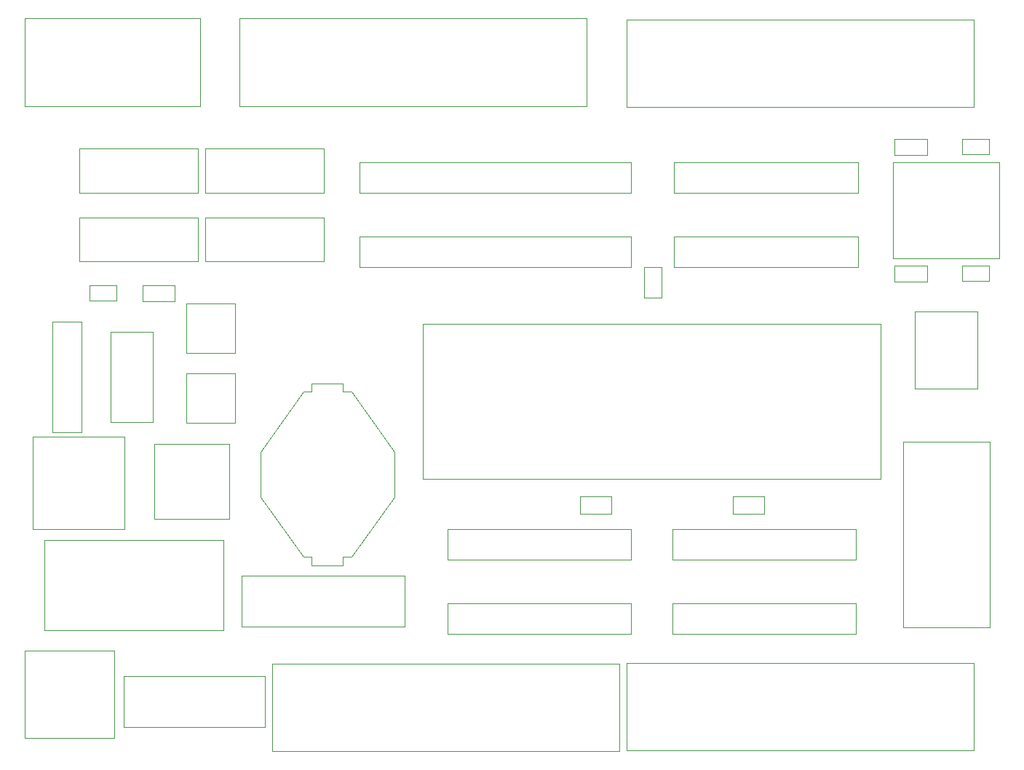
<source format=gbr>
G04 #@! TF.GenerationSoftware,KiCad,Pcbnew,5.0.1*
G04 #@! TF.CreationDate,2019-03-20T15:41:13+05:30*
G04 #@! TF.ProjectId,OpenPLC_V2,4F70656E504C435F56322E6B69636164,rev?*
G04 #@! TF.SameCoordinates,Original*
G04 #@! TF.FileFunction,Other,User*
%FSLAX46Y46*%
G04 Gerber Fmt 4.6, Leading zero omitted, Abs format (unit mm)*
G04 Created by KiCad (PCBNEW 5.0.1) date Wed 20 Mar 2019 03:41:13 PM IST*
%MOMM*%
%LPD*%
G01*
G04 APERTURE LIST*
%ADD10C,0.050000*%
G04 APERTURE END LIST*
D10*
G04 #@! TO.C,J6*
X158726500Y-39904000D02*
X158726500Y-50104000D01*
X118326500Y-39904000D02*
X158726500Y-39904000D01*
X118326500Y-50104000D02*
X118326500Y-39904000D01*
X158726500Y-50104000D02*
X118326500Y-50104000D01*
G04 #@! TO.C,IC1*
X139663000Y-93475000D02*
X192863000Y-93475000D01*
X139663000Y-75425000D02*
X192863000Y-75425000D01*
X139663000Y-93475000D02*
X139663000Y-75425000D01*
X192863000Y-93475000D02*
X192863000Y-75425000D01*
G04 #@! TO.C,CON2*
X205590000Y-89146000D02*
X205590000Y-110756000D01*
X205590000Y-110756000D02*
X195480000Y-110756000D01*
X195480000Y-110756000D02*
X195480000Y-89146000D01*
X195480000Y-89146000D02*
X205590000Y-89146000D01*
G04 #@! TO.C,P11*
X190045430Y-102892000D02*
X190045430Y-99292000D01*
X168695430Y-102892000D02*
X190045430Y-102892000D01*
X168695430Y-99292000D02*
X168695430Y-102892000D01*
X190045430Y-99292000D02*
X168695430Y-99292000D01*
G04 #@! TO.C,J5*
X113712000Y-50104000D02*
X93312000Y-50104000D01*
X113712000Y-39904000D02*
X113712000Y-50104000D01*
X93312000Y-39904000D02*
X113712000Y-39904000D01*
X93312000Y-50104000D02*
X93312000Y-39904000D01*
G04 #@! TO.C,P5*
X203741000Y-40031000D02*
X203741000Y-50231000D01*
X163341000Y-40031000D02*
X203741000Y-40031000D01*
X163341000Y-50231000D02*
X163341000Y-40031000D01*
X203741000Y-50231000D02*
X163341000Y-50231000D01*
G04 #@! TO.C,D37*
X198336420Y-68646000D02*
X198336420Y-70546000D01*
X198336420Y-70546000D02*
X194536420Y-70546000D01*
X194536420Y-70546000D02*
X194536420Y-68646000D01*
X194536420Y-68646000D02*
X198336420Y-68646000D01*
G04 #@! TO.C,P6*
X163341000Y-114869000D02*
X203741000Y-114869000D01*
X203741000Y-114869000D02*
X203741000Y-125069000D01*
X203741000Y-125069000D02*
X163341000Y-125069000D01*
X163341000Y-125069000D02*
X163341000Y-114869000D01*
G04 #@! TO.C,C9*
X165375000Y-72420000D02*
X165375000Y-68820000D01*
X167375000Y-72420000D02*
X167375000Y-68820000D01*
X165375000Y-72420000D02*
X167375000Y-72420000D01*
X165375000Y-68820000D02*
X167375000Y-68820000D01*
G04 #@! TO.C,C7*
X157966000Y-95520000D02*
X161566000Y-95520000D01*
X157966000Y-97520000D02*
X161566000Y-97520000D01*
X157966000Y-95520000D02*
X157966000Y-97520000D01*
X161566000Y-95520000D02*
X161566000Y-97520000D01*
G04 #@! TO.C,powerIn1*
X103712000Y-113472000D02*
X103712000Y-123672000D01*
X103712000Y-123672000D02*
X93312000Y-123672000D01*
X93312000Y-123672000D02*
X93312000Y-113472000D01*
X93312000Y-113472000D02*
X103712000Y-113472000D01*
G04 #@! TO.C,C2*
X112085000Y-86940000D02*
X117785000Y-86940000D01*
X117785000Y-86940000D02*
X117785000Y-81240000D01*
X117785000Y-81240000D02*
X112085000Y-81240000D01*
X112085000Y-81240000D02*
X112085000Y-86940000D01*
G04 #@! TO.C,D1*
X99931960Y-88067500D02*
X99931960Y-75167500D01*
X96531960Y-88067500D02*
X99931960Y-88067500D01*
X96531960Y-75167500D02*
X96531960Y-88067500D01*
X99931960Y-75167500D02*
X96531960Y-75167500D01*
G04 #@! TO.C,P14*
X168888000Y-60220000D02*
X190238000Y-60220000D01*
X190238000Y-60220000D02*
X190238000Y-56620000D01*
X190238000Y-56620000D02*
X168888000Y-56620000D01*
X168888000Y-56620000D02*
X168888000Y-60220000D01*
G04 #@! TO.C,P15*
X190045430Y-111528000D02*
X190045430Y-107928000D01*
X168695430Y-111528000D02*
X190045430Y-111528000D01*
X168695430Y-107928000D02*
X168695430Y-111528000D01*
X190045430Y-107928000D02*
X168695430Y-107928000D01*
G04 #@! TO.C,P9*
X132292000Y-68856000D02*
X163842000Y-68856000D01*
X163842000Y-68856000D02*
X163842000Y-65256000D01*
X163842000Y-65256000D02*
X132292000Y-65256000D01*
X132292000Y-65256000D02*
X132292000Y-68856000D01*
G04 #@! TO.C,P8*
X163842000Y-102892000D02*
X163842000Y-99292000D01*
X142492000Y-102892000D02*
X163842000Y-102892000D01*
X142492000Y-99292000D02*
X142492000Y-102892000D01*
X163842000Y-99292000D02*
X142492000Y-99292000D01*
G04 #@! TO.C,P12*
X132292000Y-60220000D02*
X163842000Y-60220000D01*
X163842000Y-60220000D02*
X163842000Y-56620000D01*
X163842000Y-56620000D02*
X132292000Y-56620000D01*
X132292000Y-56620000D02*
X132292000Y-60220000D01*
G04 #@! TO.C,U1*
X103280000Y-76367500D02*
X103280000Y-86867500D01*
X108190000Y-76367500D02*
X103280000Y-76367500D01*
X108190000Y-86867500D02*
X108190000Y-76367500D01*
X103280000Y-86867500D02*
X108190000Y-86867500D01*
G04 #@! TO.C,P7*
X194360000Y-67830000D02*
X194360000Y-56630000D01*
X194360000Y-56630000D02*
X206710000Y-56630000D01*
X206710000Y-56630000D02*
X206710000Y-67830000D01*
X206710000Y-67830000D02*
X194360000Y-67830000D01*
G04 #@! TO.C,D3*
X137511200Y-104746000D02*
X118561200Y-104746000D01*
X137511200Y-110646000D02*
X137511200Y-104746000D01*
X118561200Y-110646000D02*
X137511200Y-110646000D01*
X118561200Y-104746000D02*
X118561200Y-110646000D01*
G04 #@! TO.C,P10*
X168888000Y-65256000D02*
X168888000Y-68856000D01*
X190238000Y-65256000D02*
X168888000Y-65256000D01*
X190238000Y-68856000D02*
X190238000Y-65256000D01*
X168888000Y-68856000D02*
X190238000Y-68856000D01*
G04 #@! TO.C,L1*
X120724000Y-90364000D02*
X125724000Y-83364000D01*
X120724000Y-95564000D02*
X120724000Y-90364000D01*
X125724000Y-102564000D02*
X120724000Y-95564000D01*
X136324000Y-95564000D02*
X131324000Y-102564000D01*
X136324000Y-90364000D02*
X136324000Y-95564000D01*
X131324000Y-83364000D02*
X136324000Y-90364000D01*
X126724000Y-102564000D02*
X125724000Y-102564000D01*
X126724000Y-103564000D02*
X126724000Y-102564000D01*
X130324000Y-103564000D02*
X126724000Y-103564000D01*
X130324000Y-102564000D02*
X130324000Y-103564000D01*
X131324000Y-102564000D02*
X130324000Y-102564000D01*
X130324000Y-83364000D02*
X131324000Y-83364000D01*
X130324000Y-82364000D02*
X130324000Y-83364000D01*
X126724000Y-82364000D02*
X130324000Y-82364000D01*
X126724000Y-83364000D02*
X126724000Y-82364000D01*
X125724000Y-83364000D02*
X126724000Y-83364000D01*
G04 #@! TO.C,Cout1*
X104918000Y-99290000D02*
X104918000Y-88590000D01*
X94218000Y-99290000D02*
X104918000Y-99290000D01*
X94218000Y-88590000D02*
X94218000Y-99290000D01*
X104918000Y-88590000D02*
X94218000Y-88590000D01*
G04 #@! TO.C,R3*
X103978000Y-72782000D02*
X100878000Y-72782000D01*
X103978000Y-72782000D02*
X103978000Y-70982000D01*
X100878000Y-70982000D02*
X100878000Y-72782000D01*
X100878000Y-70982000D02*
X103978000Y-70982000D01*
G04 #@! TO.C,P4*
X122141000Y-114996000D02*
X162541000Y-114996000D01*
X162541000Y-114996000D02*
X162541000Y-125196000D01*
X162541000Y-125196000D02*
X122141000Y-125196000D01*
X122141000Y-125196000D02*
X122141000Y-114996000D01*
G04 #@! TO.C,C3*
X117785000Y-73112000D02*
X112085000Y-73112000D01*
X112085000Y-73112000D02*
X112085000Y-78812000D01*
X112085000Y-78812000D02*
X117785000Y-78812000D01*
X117785000Y-78812000D02*
X117785000Y-73112000D01*
G04 #@! TO.C,C8*
X179346000Y-97520000D02*
X175746000Y-97520000D01*
X179346000Y-95520000D02*
X175746000Y-95520000D01*
X179346000Y-97520000D02*
X179346000Y-95520000D01*
X175746000Y-97520000D02*
X175746000Y-95520000D01*
G04 #@! TO.C,R4*
X202382000Y-53964000D02*
X205482000Y-53964000D01*
X202382000Y-53964000D02*
X202382000Y-55764000D01*
X205482000Y-55764000D02*
X205482000Y-53964000D01*
X205482000Y-55764000D02*
X202382000Y-55764000D01*
G04 #@! TO.C,D2*
X110802500Y-70932000D02*
X110802500Y-72832000D01*
X110802500Y-72832000D02*
X107002500Y-72832000D01*
X107002500Y-72832000D02*
X107002500Y-70932000D01*
X107002500Y-70932000D02*
X110802500Y-70932000D01*
G04 #@! TO.C,D4*
X121230000Y-116430000D02*
X104830000Y-116430000D01*
X121230000Y-122330000D02*
X121230000Y-116430000D01*
X104830000Y-122330000D02*
X121230000Y-122330000D01*
X104830000Y-116430000D02*
X104830000Y-122330000D01*
G04 #@! TO.C,Cin1*
X108426000Y-98104000D02*
X117126000Y-98104000D01*
X117126000Y-98104000D02*
X117126000Y-89404000D01*
X117126000Y-89404000D02*
X108426000Y-89404000D01*
X108426000Y-89404000D02*
X108426000Y-98104000D01*
G04 #@! TO.C,SW1*
X196885000Y-73988000D02*
X196885000Y-82988000D01*
X196885000Y-82988000D02*
X204185000Y-82988000D01*
X204185000Y-82988000D02*
X204185000Y-73988000D01*
X204185000Y-73988000D02*
X196885000Y-73988000D01*
G04 #@! TO.C,Regulator1*
X95606000Y-100570000D02*
X95606000Y-111070000D01*
X116466000Y-100570000D02*
X95606000Y-100570000D01*
X116466000Y-111070000D02*
X116466000Y-100570000D01*
X95606000Y-111070000D02*
X116466000Y-111070000D01*
G04 #@! TO.C,J4*
X114350400Y-63053400D02*
X114350400Y-68153400D01*
X114350400Y-68153400D02*
X128150400Y-68153400D01*
X128150400Y-68153400D02*
X128150400Y-63053400D01*
X128150400Y-63053400D02*
X114350400Y-63053400D01*
G04 #@! TO.C,J3*
X99720000Y-63053400D02*
X99720000Y-68153400D01*
X99720000Y-68153400D02*
X113520000Y-68153400D01*
X113520000Y-68153400D02*
X113520000Y-63053400D01*
X113520000Y-63053400D02*
X99720000Y-63053400D01*
G04 #@! TO.C,P13*
X163842000Y-111528000D02*
X163842000Y-107928000D01*
X142492000Y-111528000D02*
X163842000Y-111528000D01*
X142492000Y-107928000D02*
X142492000Y-111528000D01*
X163842000Y-107928000D02*
X142492000Y-107928000D01*
G04 #@! TO.C,J1*
X99720000Y-55077800D02*
X99720000Y-60177800D01*
X99720000Y-60177800D02*
X113520000Y-60177800D01*
X113520000Y-60177800D02*
X113520000Y-55077800D01*
X113520000Y-55077800D02*
X99720000Y-55077800D01*
G04 #@! TO.C,R5*
X202382000Y-68696000D02*
X205482000Y-68696000D01*
X202382000Y-68696000D02*
X202382000Y-70496000D01*
X205482000Y-70496000D02*
X205482000Y-68696000D01*
X205482000Y-70496000D02*
X202382000Y-70496000D01*
G04 #@! TO.C,J2*
X128150400Y-55077800D02*
X114350400Y-55077800D01*
X128150400Y-60177800D02*
X128150400Y-55077800D01*
X114350400Y-60177800D02*
X128150400Y-60177800D01*
X114350400Y-55077800D02*
X114350400Y-60177800D01*
G04 #@! TO.C,D36*
X194536420Y-53914000D02*
X198336420Y-53914000D01*
X194536420Y-55814000D02*
X194536420Y-53914000D01*
X198336420Y-55814000D02*
X194536420Y-55814000D01*
X198336420Y-53914000D02*
X198336420Y-55814000D01*
G04 #@! TD*
M02*

</source>
